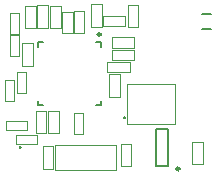
<source format=gto>
%TF.GenerationSoftware,Altium Limited,Altium Designer,24.5.2 (23)*%
G04 Layer_Color=65535*
%FSLAX45Y45*%
%MOMM*%
%TF.SameCoordinates,384E1868-2758-46BA-9D19-E3ED856206BE*%
%TF.FilePolarity,Positive*%
%TF.FileFunction,Legend,Top*%
%TF.Part,Single*%
G01*
G75*
%TA.AperFunction,NonConductor*%
%ADD31C,0.25400*%
%ADD32C,0.25000*%
%ADD33C,0.05000*%
%ADD34C,0.20000*%
D31*
X672044Y242579D02*
G03*
X672044Y242579I-1000J0D01*
G01*
X1556348Y494222D02*
G03*
X1556348Y494222I-5000J0D01*
G01*
D32*
X2021380Y60606D02*
G03*
X2021380Y60606I-12500J0D01*
G01*
X1354196Y1198287D02*
G03*
X1354196Y1198287I-12500J0D01*
G01*
D33*
X861526Y63002D02*
X952217D01*
X861526Y253529D02*
X952217D01*
X861526Y63002D02*
Y253529D01*
X952217Y63002D02*
Y253529D01*
X727098Y389298D02*
Y465498D01*
X549296Y389298D02*
Y465498D01*
Y389298D02*
X727098D01*
X549296Y465498D02*
X727098D01*
X810524Y272984D02*
Y349185D01*
X632722Y272984D02*
Y349185D01*
Y272984D02*
X810524D01*
X632722Y349185D02*
X810524D01*
X688748Y933029D02*
X779439D01*
X688748Y1123556D02*
X779439D01*
X688748Y933029D02*
Y1123556D01*
X779439Y933029D02*
Y1123556D01*
X908132Y360263D02*
X998823D01*
X908132Y550791D02*
X998823D01*
X908132Y360263D02*
Y550791D01*
X998823Y360263D02*
Y550791D01*
X803341Y551501D02*
X894032D01*
X803341Y360974D02*
X894032D01*
Y551501D01*
X803341Y360974D02*
Y551501D01*
X1601214Y877745D02*
Y968436D01*
X1410687Y877745D02*
Y968436D01*
Y877745D02*
X1601214D01*
X1410687Y968436D02*
X1601214D01*
X1425377Y670664D02*
X1516068D01*
X1425377Y861191D02*
X1516068D01*
X1425377Y670664D02*
Y861191D01*
X1516068Y670664D02*
Y861191D01*
X713249Y1442831D02*
X803940D01*
X713249Y1252303D02*
X803940D01*
Y1442831D01*
X713249Y1252303D02*
Y1442831D01*
X1214457Y1206782D02*
Y1397310D01*
X1123765Y1206782D02*
Y1397310D01*
X1214457D01*
X1123765Y1206782D02*
X1214457D01*
X816612Y1253284D02*
Y1443811D01*
X907303Y1253284D02*
Y1443811D01*
X816612Y1253284D02*
X907303D01*
X816612Y1443811D02*
X907303D01*
X1638445Y979807D02*
Y1070498D01*
X1447918Y979807D02*
Y1070498D01*
Y979807D02*
X1638445D01*
X1447918Y1070498D02*
X1638445D01*
X925375Y1251309D02*
X1016066D01*
X925375Y1441836D02*
X1016066D01*
X925375Y1251309D02*
Y1441836D01*
X1016066Y1251309D02*
Y1441836D01*
X1639315Y1084209D02*
Y1174900D01*
X1448787Y1084209D02*
Y1174900D01*
Y1084209D02*
X1639315D01*
X1448787Y1174900D02*
X1639315D01*
X1272414Y1452806D02*
X1363105D01*
X1272414Y1262279D02*
X1363105D01*
Y1452806D01*
X1272414Y1262279D02*
Y1452806D01*
X1580737Y1449074D02*
X1671428D01*
X1580737Y1258546D02*
X1671428D01*
Y1449074D01*
X1580737Y1258546D02*
Y1449074D01*
X2128241Y290006D02*
X2218933D01*
X2128241Y99479D02*
X2218933D01*
Y290006D01*
X2128241Y99479D02*
Y290006D01*
X1614085Y82846D02*
Y273373D01*
X1523394Y82846D02*
Y273373D01*
X1614085D01*
X1523394Y82846D02*
X1614085D01*
X970254Y260426D02*
X1480255D01*
X970254Y50425D02*
X1480255D01*
X970254D02*
Y260426D01*
X1480255Y50425D02*
Y260426D01*
X1025296Y1388674D02*
X1116363D01*
X1025296Y1209268D02*
X1116363D01*
Y1388674D01*
X1025296Y1209268D02*
Y1388674D01*
X1556074Y1265911D02*
Y1356978D01*
X1376667Y1265911D02*
Y1356978D01*
Y1265911D02*
X1556074D01*
X1376667Y1356978D02*
X1556074D01*
X585059Y1381370D02*
X661259D01*
X585059Y1203568D02*
X661259D01*
Y1381370D01*
X585059Y1203568D02*
Y1381370D01*
X642043Y699704D02*
Y877506D01*
X718244Y699704D02*
Y877506D01*
X642043Y699704D02*
X718244D01*
X642043Y877506D02*
X718244D01*
X547335Y632626D02*
Y810427D01*
X623535Y632626D02*
Y810427D01*
X547335Y632626D02*
X623535D01*
X547335Y810427D02*
X623535D01*
X584199Y1016000D02*
X660400D01*
X584199Y1193802D02*
X660400D01*
X584199Y1016000D02*
Y1193802D01*
X660400Y1016000D02*
Y1193802D01*
X1576348Y439222D02*
Y779222D01*
X1986348Y439222D02*
Y779222D01*
X1576348D02*
X1986348D01*
X1576348Y439222D02*
X1986348D01*
X1130299Y355600D02*
X1206500D01*
X1130299Y533402D02*
X1206500D01*
X1130299Y355600D02*
Y533402D01*
X1206500Y355600D02*
Y533402D01*
D34*
X2213759Y1247376D02*
X2283759D01*
X2213759Y1374376D02*
X2283759D01*
X1821380Y85606D02*
Y395606D01*
X1921380Y85606D02*
Y395606D01*
X1821380D02*
X1921380D01*
X1821380Y85606D02*
X1921380D01*
X1316696Y1133287D02*
X1356696D01*
Y1093287D02*
Y1133287D01*
Y598287D02*
Y638287D01*
X1316696Y598287D02*
X1356696D01*
X821696D02*
X861696D01*
X821696D02*
Y638287D01*
Y1133287D02*
X861696D01*
X821696Y1093287D02*
Y1133287D01*
%TF.MD5,ef1ae01406f72d8dd205aebd185a66dd*%
M02*

</source>
